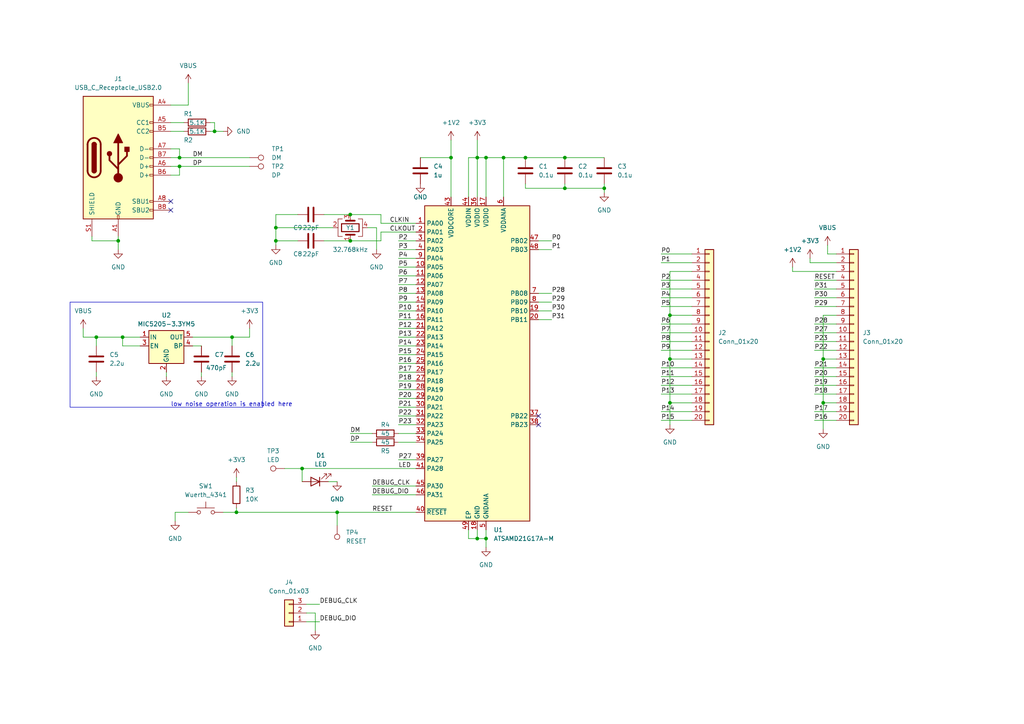
<source format=kicad_sch>
(kicad_sch (version 20230121) (generator eeschema)
  (paper "A4")
  (lib_symbols
    (symbol "Connector:TestPoint" (pin_numbers hide) (pin_names (offset 0.762) hide)
      (property "Reference" "TP" (at 0 6.858 0))
      (property "Value" "TestPoint" (at 0 5.08 0))
      (symbol "TestPoint_0_1"
        (circle (center 0 3.302) (radius 0.762))
      )
      (symbol "TestPoint_1_1"
        (pin passive line (at 0 0 90) (length 2.54) (name "1") (number "1"))
      )
    )
    (symbol "Connector:USB_C_Receptacle_USB2.0" (pin_names (offset 1.016))
      (property "Reference" "J" (at -10.16 19.05 0))
      (property "Value" "USB_C_Receptacle_USB2.0" (at 19.05 19.05 0))
      (symbol "USB_C_Receptacle_USB2.0_0_0"
        (rectangle (start -0.254 -17.78) (end 0.254 -16.764))
        (rectangle (start 10.16 -14.986) (end 9.144 -15.494))
        (rectangle (start 10.16 -12.446) (end 9.144 -12.954))
        (rectangle (start 10.16 -4.826) (end 9.144 -5.334))
        (rectangle (start 10.16 -2.286) (end 9.144 -2.794))
        (rectangle (start 10.16 0.254) (end 9.144 -0.254))
        (rectangle (start 10.16 2.794) (end 9.144 2.286))
        (rectangle (start 10.16 7.874) (end 9.144 7.366))
        (rectangle (start 10.16 10.414) (end 9.144 9.906))
        (rectangle (start 10.16 15.494) (end 9.144 14.986))
      )
      (symbol "USB_C_Receptacle_USB2.0_0_1"
        (rectangle (start -10.16 17.78) (end 10.16 -17.78) (stroke (width 0.254)) (fill (type background)))
        (arc (start -8.89 -3.81) (mid -6.985 -5.7067) (end -5.08 -3.81) (stroke (width 0.508)))
        (arc (start -7.62 -3.81) (mid -6.985 -4.4423) (end -6.35 -3.81) (stroke (width 0.254)))
        (arc (start -7.62 -3.81) (mid -6.985 -4.4423) (end -6.35 -3.81) (stroke (width 0.254)) (fill (type outline)))
        (rectangle (start -7.62 -3.81) (end -6.35 3.81) (stroke (width 0.254)) (fill (type outline)))
        (arc (start -6.35 3.81) (mid -6.985 4.4423) (end -7.62 3.81) (stroke (width 0.254)))
        (arc (start -6.35 3.81) (mid -6.985 4.4423) (end -7.62 3.81) (stroke (width 0.254)) (fill (type outline)))
        (arc (start -5.08 3.81) (mid -6.985 5.7067) (end -8.89 3.81) (stroke (width 0.508)))
        (circle (center -2.54 1.143) (radius 0.635) (stroke (width 0.254)) (fill (type outline)))
        (circle (center 0 -5.842) (radius 1.27) (fill (type outline)))
        (polyline (pts (xy -8.89 -3.81) (xy -8.89 3.81)) (stroke (width 0.508)))
        (polyline (pts (xy -5.08 3.81) (xy -5.08 -3.81)) (stroke (width 0.508)))
        (polyline (pts (xy 0 -5.842) (xy 0 4.318)) (stroke (width 0.508)))
        (polyline (pts (xy 0 -3.302) (xy -2.54 -0.762) (xy -2.54 0.508)) (stroke (width 0.508)))
        (polyline (pts (xy 0 -2.032) (xy 2.54 0.508) (xy 2.54 1.778)) (stroke (width 0.508)))
        (polyline (pts (xy -1.27 4.318) (xy 0 6.858) (xy 1.27 4.318) (xy -1.27 4.318)) (stroke (width 0.254)) (fill (type outline)))
        (rectangle (start 1.905 1.778) (end 3.175 3.048) (stroke (width 0.254)) (fill (type outline)))
      )
      (symbol "USB_C_Receptacle_USB2.0_1_1"
        (pin passive line (at 0 -22.86 90) (length 5.08) (name "GND") (number "A1"))
        (pin passive line (at 0 -22.86 90) (length 5.08) hide (name "GND") (number "A12"))
        (pin passive line (at 15.24 15.24 180) (length 5.08) (name "VBUS") (number "A4"))
        (pin bidirectional line (at 15.24 10.16 180) (length 5.08) (name "CC1") (number "A5"))
        (pin bidirectional line (at 15.24 -2.54 180) (length 5.08) (name "D+") (number "A6"))
        (pin bidirectional line (at 15.24 2.54 180) (length 5.08) (name "D-") (number "A7"))
        (pin bidirectional line (at 15.24 -12.7 180) (length 5.08) (name "SBU1") (number "A8"))
        (pin passive line (at 15.24 15.24 180) (length 5.08) hide (name "VBUS") (number "A9"))
        (pin passive line (at 0 -22.86 90) (length 5.08) hide (name "GND") (number "B1"))
        (pin passive line (at 0 -22.86 90) (length 5.08) hide (name "GND") (number "B12"))
        (pin passive line (at 15.24 15.24 180) (length 5.08) hide (name "VBUS") (number "B4"))
        (pin bidirectional line (at 15.24 7.62 180) (length 5.08) (name "CC2") (number "B5"))
        (pin bidirectional line (at 15.24 -5.08 180) (length 5.08) (name "D+") (number "B6"))
        (pin bidirectional line (at 15.24 0 180) (length 5.08) (name "D-") (number "B7"))
        (pin bidirectional line (at 15.24 -15.24 180) (length 5.08) (name "SBU2") (number "B8"))
        (pin passive line (at 15.24 15.24 180) (length 5.08) hide (name "VBUS") (number "B9"))
        (pin passive line (at -7.62 -22.86 90) (length 5.08) (name "SHIELD") (number "S1"))
      )
    )
    (symbol "Connector_Generic:Conn_01x03" (pin_names (offset 1.016) hide)
      (property "Reference" "J" (at 0 5.08 0))
      (property "Value" "Conn_01x03" (at 0 -5.08 0))
      (symbol "Conn_01x03_1_1"
        (rectangle (start -1.27 -2.413) (end 0 -2.667) (stroke (width 0.1524)))
        (rectangle (start -1.27 0.127) (end 0 -0.127) (stroke (width 0.1524)))
        (rectangle (start -1.27 2.667) (end 0 2.413) (stroke (width 0.1524)))
        (rectangle (start -1.27 3.81) (end 1.27 -3.81) (stroke (width 0.254)) (fill (type background)))
        (pin passive line (at -5.08 2.54 0) (length 3.81) (name "Pin_1") (number "1"))
        (pin passive line (at -5.08 0 0) (length 3.81) (name "Pin_2") (number "2"))
        (pin passive line (at -5.08 -2.54 0) (length 3.81) (name "Pin_3") (number "3"))
      )
    )
    (symbol "Connector_Generic:Conn_01x20" (pin_names (offset 1.016) hide)
      (property "Reference" "J" (at 0 25.4 0))
      (property "Value" "Conn_01x20" (at 0 -27.94 0))
      (symbol "Conn_01x20_1_1"
        (rectangle (start -1.27 -25.273) (end 0 -25.527) (stroke (width 0.1524)))
        (rectangle (start -1.27 -22.733) (end 0 -22.987) (stroke (width 0.1524)))
        (rectangle (start -1.27 -20.193) (end 0 -20.447) (stroke (width 0.1524)))
        (rectangle (start -1.27 -17.653) (end 0 -17.907) (stroke (width 0.1524)))
        (rectangle (start -1.27 -15.113) (end 0 -15.367) (stroke (width 0.1524)))
        (rectangle (start -1.27 -12.573) (end 0 -12.827) (stroke (width 0.1524)))
        (rectangle (start -1.27 -10.033) (end 0 -10.287) (stroke (width 0.1524)))
        (rectangle (start -1.27 -7.493) (end 0 -7.747) (stroke (width 0.1524)))
        (rectangle (start -1.27 -4.953) (end 0 -5.207) (stroke (width 0.1524)))
        (rectangle (start -1.27 -2.413) (end 0 -2.667) (stroke (width 0.1524)))
        (rectangle (start -1.27 0.127) (end 0 -0.127) (stroke (width 0.1524)))
        (rectangle (start -1.27 2.667) (end 0 2.413) (stroke (width 0.1524)))
        (rectangle (start -1.27 5.207) (end 0 4.953) (stroke (width 0.1524)))
        (rectangle (start -1.27 7.747) (end 0 7.493) (stroke (width 0.1524)))
        (rectangle (start -1.27 10.287) (end 0 10.033) (stroke (width 0.1524)))
        (rectangle (start -1.27 12.827) (end 0 12.573) (stroke (width 0.1524)))
        (rectangle (start -1.27 15.367) (end 0 15.113) (stroke (width 0.1524)))
        (rectangle (start -1.27 17.907) (end 0 17.653) (stroke (width 0.1524)))
        (rectangle (start -1.27 20.447) (end 0 20.193) (stroke (width 0.1524)))
        (rectangle (start -1.27 22.987) (end 0 22.733) (stroke (width 0.1524)))
        (rectangle (start -1.27 24.13) (end 1.27 -26.67) (stroke (width 0.254)) (fill (type background)))
        (pin passive line (at -5.08 22.86 0) (length 3.81) (name "Pin_1") (number "1"))
        (pin passive line (at -5.08 0 0) (length 3.81) (name "Pin_10") (number "10"))
        (pin passive line (at -5.08 -2.54 0) (length 3.81) (name "Pin_11") (number "11"))
        (pin passive line (at -5.08 -5.08 0) (length 3.81) (name "Pin_12") (number "12"))
        (pin passive line (at -5.08 -7.62 0) (length 3.81) (name "Pin_13") (number "13"))
        (pin passive line (at -5.08 -10.16 0) (length 3.81) (name "Pin_14") (number "14"))
        (pin passive line (at -5.08 -12.7 0) (length 3.81) (name "Pin_15") (number "15"))
        (pin passive line (at -5.08 -15.24 0) (length 3.81) (name "Pin_16") (number "16"))
        (pin passive line (at -5.08 -17.78 0) (length 3.81) (name "Pin_17") (number "17"))
        (pin passive line (at -5.08 -20.32 0) (length 3.81) (name "Pin_18") (number "18"))
        (pin passive line (at -5.08 -22.86 0) (length 3.81) (name "Pin_19") (number "19"))
        (pin passive line (at -5.08 20.32 0) (length 3.81) (name "Pin_2") (number "2"))
        (pin passive line (at -5.08 -25.4 0) (length 3.81) (name "Pin_20") (number "20"))
        (pin passive line (at -5.08 17.78 0) (length 3.81) (name "Pin_3") (number "3"))
        (pin passive line (at -5.08 15.24 0) (length 3.81) (name "Pin_4") (number "4"))
        (pin passive line (at -5.08 12.7 0) (length 3.81) (name "Pin_5") (number "5"))
        (pin passive line (at -5.08 10.16 0) (length 3.81) (name "Pin_6") (number "6"))
        (pin passive line (at -5.08 7.62 0) (length 3.81) (name "Pin_7") (number "7"))
        (pin passive line (at -5.08 5.08 0) (length 3.81) (name "Pin_8") (number "8"))
        (pin passive line (at -5.08 2.54 0) (length 3.81) (name "Pin_9") (number "9"))
      )
    )
    (symbol "Device:C" (pin_numbers hide) (pin_names (offset 0.254))
      (property "Reference" "C" (at 0.635 2.54 0))
      (property "Value" "C" (at 0.635 -2.54 0))
      (symbol "C_0_1"
        (polyline (pts (xy -2.032 -0.762) (xy 2.032 -0.762)) (stroke (width 0.508)))
        (polyline (pts (xy -2.032 0.762) (xy 2.032 0.762)) (stroke (width 0.508)))
      )
      (symbol "C_1_1"
        (pin passive line (at 0 3.81 270) (length 2.794) (name "~") (number "1"))
        (pin passive line (at 0 -3.81 90) (length 2.794) (name "~") (number "2"))
      )
    )
    (symbol "Device:Crystal_GND24" (pin_names (offset 1.016) hide)
      (property "Reference" "Y" (at 3.175 5.08 0))
      (property "Value" "Crystal_GND24" (at 3.175 3.175 0))
      (symbol "Crystal_GND24_0_1"
        (rectangle (start -1.143 2.54) (end 1.143 -2.54) (stroke (width 0.3048)))
        (polyline (pts (xy -2.54 0) (xy -2.032 0)))
        (polyline (pts (xy -2.032 -1.27) (xy -2.032 1.27)) (stroke (width 0.508)))
        (polyline (pts (xy 0 -3.81) (xy 0 -3.556)))
        (polyline (pts (xy 0 3.556) (xy 0 3.81)))
        (polyline (pts (xy 2.032 -1.27) (xy 2.032 1.27)) (stroke (width 0.508)))
        (polyline (pts (xy 2.032 0) (xy 2.54 0)))
        (polyline (pts (xy -2.54 -2.286) (xy -2.54 -3.556) (xy 2.54 -3.556) (xy 2.54 -2.286)))
        (polyline (pts (xy -2.54 2.286) (xy -2.54 3.556) (xy 2.54 3.556) (xy 2.54 2.286)))
      )
      (symbol "Crystal_GND24_1_1"
        (pin passive line (at -3.81 0 0) (length 1.27) (name "1") (number "1"))
        (pin passive line (at 0 5.08 270) (length 1.27) (name "2") (number "2"))
        (pin passive line (at 3.81 0 180) (length 1.27) (name "3") (number "3"))
        (pin passive line (at 0 -5.08 90) (length 1.27) (name "4") (number "4"))
      )
    )
    (symbol "Device:LED" (pin_numbers hide) (pin_names (offset 1.016) hide)
      (property "Reference" "D" (at 0 2.54 0))
      (property "Value" "LED" (at 0 -2.54 0))
      (symbol "LED_0_1"
        (polyline (pts (xy -1.27 -1.27) (xy -1.27 1.27)) (stroke (width 0.254)))
        (polyline (pts (xy -1.27 0) (xy 1.27 0)))
        (polyline (pts (xy 1.27 -1.27) (xy 1.27 1.27) (xy -1.27 0) (xy 1.27 -1.27)) (stroke (width 0.254)))
        (polyline (pts (xy -3.048 -0.762) (xy -4.572 -2.286) (xy -3.81 -2.286) (xy -4.572 -2.286) (xy -4.572 -1.524)))
        (polyline (pts (xy -1.778 -0.762) (xy -3.302 -2.286) (xy -2.54 -2.286) (xy -3.302 -2.286) (xy -3.302 -1.524)))
      )
      (symbol "LED_1_1"
        (pin passive line (at -3.81 0 0) (length 2.54) (name "K") (number "1"))
        (pin passive line (at 3.81 0 180) (length 2.54) (name "A") (number "2"))
      )
    )
    (symbol "Device:R" (pin_numbers hide) (pin_names (offset 0))
      (property "Reference" "R" (at 2.032 0 90))
      (property "Value" "R" (at 0 0 90))
      (symbol "R_0_1"
        (rectangle (start -1.016 -2.54) (end 1.016 2.54) (stroke (width 0.254)))
      )
      (symbol "R_1_1"
        (pin passive line (at 0 3.81 270) (length 1.27) (name "~") (number "1"))
        (pin passive line (at 0 -3.81 90) (length 1.27) (name "~") (number "2"))
      )
    )
    (symbol "MCU_Microchip_SAMD:ATSAMD21G17A-M"
      (property "Reference" "U" (at -13.97 46.99 0))
      (property "Value" "ATSAMD21G17A-M" (at 16.51 46.99 0))
      (symbol "ATSAMD21G17A-M_0_1"
        (rectangle (start -15.24 45.72) (end 15.24 -45.72) (stroke (width 0.254)) (fill (type background)))
      )
      (symbol "ATSAMD21G17A-M_1_1"
        (pin bidirectional line (at -17.78 40.64 0) (length 2.54) (name "PA00") (number "1"))
        (pin bidirectional line (at -17.78 27.94 0) (length 2.54) (name "PA05") (number "10"))
        (pin bidirectional line (at -17.78 25.4 0) (length 2.54) (name "PA06") (number "11"))
        (pin bidirectional line (at -17.78 22.86 0) (length 2.54) (name "PA07") (number "12"))
        (pin bidirectional line (at -17.78 20.32 0) (length 2.54) (name "PA08") (number "13"))
        (pin bidirectional line (at -17.78 17.78 0) (length 2.54) (name "PA09") (number "14"))
        (pin bidirectional line (at -17.78 15.24 0) (length 2.54) (name "PA10") (number "15"))
        (pin bidirectional line (at -17.78 12.7 0) (length 2.54) (name "PA11") (number "16"))
        (pin power_in line (at 2.54 48.26 270) (length 2.54) (name "VDDIO") (number "17"))
        (pin power_in line (at 0 -48.26 90) (length 2.54) (name "GND") (number "18"))
        (pin bidirectional line (at 17.78 15.24 180) (length 2.54) (name "PB10") (number "19"))
        (pin bidirectional line (at -17.78 38.1 0) (length 2.54) (name "PA01") (number "2"))
        (pin bidirectional line (at 17.78 12.7 180) (length 2.54) (name "PB11") (number "20"))
        (pin bidirectional line (at -17.78 10.16 0) (length 2.54) (name "PA12") (number "21"))
        (pin bidirectional line (at -17.78 7.62 0) (length 2.54) (name "PA13") (number "22"))
        (pin bidirectional line (at -17.78 5.08 0) (length 2.54) (name "PA14") (number "23"))
        (pin bidirectional line (at -17.78 2.54 0) (length 2.54) (name "PA15") (number "24"))
        (pin bidirectional line (at -17.78 0 0) (length 2.54) (name "PA16") (number "25"))
        (pin bidirectional line (at -17.78 -2.54 0) (length 2.54) (name "PA17") (number "26"))
        (pin bidirectional line (at -17.78 -5.08 0) (length 2.54) (name "PA18") (number "27"))
        (pin bidirectional line (at -17.78 -7.62 0) (length 2.54) (name "PA19") (number "28"))
        (pin bidirectional line (at -17.78 -10.16 0) (length 2.54) (name "PA20") (number "29"))
        (pin bidirectional line (at -17.78 35.56 0) (length 2.54) (name "PA02") (number "3"))
        (pin bidirectional line (at -17.78 -12.7 0) (length 2.54) (name "PA21") (number "30"))
        (pin bidirectional line (at -17.78 -15.24 0) (length 2.54) (name "PA22") (number "31"))
        (pin bidirectional line (at -17.78 -17.78 0) (length 2.54) (name "PA23") (number "32"))
        (pin bidirectional line (at -17.78 -20.32 0) (length 2.54) (name "PA24") (number "33"))
        (pin bidirectional line (at -17.78 -22.86 0) (length 2.54) (name "PA25") (number "34"))
        (pin passive line (at 0 -48.26 90) (length 2.54) hide (name "GND") (number "35"))
        (pin power_in line (at 0 48.26 270) (length 2.54) (name "VDDIO") (number "36"))
        (pin bidirectional line (at 17.78 -15.24 180) (length 2.54) (name "PB22") (number "37"))
        (pin bidirectional line (at 17.78 -17.78 180) (length 2.54) (name "PB23") (number "38"))
        (pin bidirectional line (at -17.78 -27.94 0) (length 2.54) (name "PA27") (number "39"))
        (pin bidirectional line (at -17.78 33.02 0) (length 2.54) (name "PA03") (number "4"))
        (pin input line (at -17.78 -43.18 0) (length 2.54) (name "~{RESET}") (number "40"))
        (pin bidirectional line (at -17.78 -30.48 0) (length 2.54) (name "PA28") (number "41"))
        (pin passive line (at 0 -48.26 90) (length 2.54) hide (name "GND") (number "42"))
        (pin power_out line (at -7.62 48.26 270) (length 2.54) (name "VDDCORE") (number "43"))
        (pin power_in line (at -2.54 48.26 270) (length 2.54) (name "VDDIN") (number "44"))
        (pin bidirectional line (at -17.78 -35.56 0) (length 2.54) (name "PA30") (number "45"))
        (pin bidirectional line (at -17.78 -38.1 0) (length 2.54) (name "PA31") (number "46"))
        (pin bidirectional line (at 17.78 35.56 180) (length 2.54) (name "PB02") (number "47"))
        (pin bidirectional line (at 17.78 33.02 180) (length 2.54) (name "PB03") (number "48"))
        (pin passive line (at -2.54 -48.26 90) (length 2.54) (name "EP") (number "49"))
        (pin power_in line (at 2.54 -48.26 90) (length 2.54) (name "GNDANA") (number "5"))
        (pin power_in line (at 7.62 48.26 270) (length 2.54) (name "VDDANA") (number "6"))
        (pin bidirectional line (at 17.78 20.32 180) (length 2.54) (name "PB08") (number "7"))
        (pin bidirectional line (at 17.78 17.78 180) (length 2.54) (name "PB09") (number "8"))
        (pin bidirectional line (at -17.78 30.48 0) (length 2.54) (name "PA04") (number "9"))
      )
    )
    (symbol "Regulator_Linear:MIC5205-3.3YM5" (pin_names (offset 0.254))
      (property "Reference" "U" (at -3.81 5.715 0))
      (property "Value" "MIC5205-3.3YM5" (at 0 5.715 0))
      (symbol "MIC5205-3.3YM5_0_1"
        (rectangle (start -5.08 4.445) (end 5.08 -5.08) (stroke (width 0.254)) (fill (type background)))
      )
      (symbol "MIC5205-3.3YM5_1_1"
        (pin power_in line (at -7.62 2.54 0) (length 2.54) (name "IN") (number "1"))
        (pin power_in line (at 0 -7.62 90) (length 2.54) (name "GND") (number "2"))
        (pin input line (at -7.62 0 0) (length 2.54) (name "EN") (number "3"))
        (pin input line (at 7.62 0 180) (length 2.54) (name "BP") (number "4"))
        (pin power_out line (at 7.62 2.54 180) (length 2.54) (name "OUT") (number "5"))
      )
    )
    (symbol "Switch:SW_Push" (pin_numbers hide) (pin_names (offset 1.016) hide)
      (property "Reference" "SW" (at 1.27 2.54 0))
      (property "Value" "SW_Push" (at 0 -1.524 0))
      (symbol "SW_Push_0_1"
        (circle (center -2.032 0) (radius 0.508))
        (polyline (pts (xy 0 1.27) (xy 0 3.048)))
        (polyline (pts (xy 2.54 1.27) (xy -2.54 1.27)))
        (circle (center 2.032 0) (radius 0.508))
        (pin passive line (at -5.08 0 0) (length 2.54) (name "1") (number "1"))
        (pin passive line (at 5.08 0 180) (length 2.54) (name "2") (number "2"))
      )
    )
    (symbol "power:+1V2" (power) (pin_names (offset 0))
      (property "Value" "+1V2" (at 0 3.556 0))
      (symbol "+1V2_0_1"
        (polyline (pts (xy -0.762 1.27) (xy 0 2.54)))
        (polyline (pts (xy 0 0) (xy 0 2.54)))
        (polyline (pts (xy 0 2.54) (xy 0.762 1.27)))
      )
      (symbol "+1V2_1_1"
        (pin power_in line (at 0 0 90) (length 0) hide (name "+1V2") (number "1"))
      )
    )
    (symbol "power:+3V3" (power) (pin_names (offset 0))
      (property "Value" "+3V3" (at 0 3.556 0))
      (symbol "+3V3_0_1"
        (polyline (pts (xy -0.762 1.27) (xy 0 2.54)))
        (polyline (pts (xy 0 0) (xy 0 2.54)))
        (polyline (pts (xy 0 2.54) (xy 0.762 1.27)))
      )
      (symbol "+3V3_1_1"
        (pin power_in line (at 0 0 90) (length 0) hide (name "+3V3") (number "1"))
      )
    )
    (symbol "power:GND" (power) (pin_names (offset 0))
      (property "Value" "GND" (at 0 -3.81 0))
      (symbol "GND_0_1"
        (polyline (pts (xy 0 0) (xy 0 -1.27) (xy 1.27 -1.27) (xy 0 -2.54) (xy -1.27 -1.27) (xy 0 -1.27)))
      )
      (symbol "GND_1_1"
        (pin power_in line (at 0 0 270) (length 0) hide (name "GND") (number "1"))
      )
    )
    (symbol "power:VBUS" (power) (pin_names (offset 0))
      (property "Value" "VBUS" (at 0 3.81 0))
      (symbol "VBUS_0_1"
        (polyline (pts (xy -0.762 1.27) (xy 0 2.54)))
        (polyline (pts (xy 0 0) (xy 0 2.54)))
        (polyline (pts (xy 0 2.54) (xy 0.762 1.27)))
      )
      (symbol "VBUS_1_1"
        (pin power_in line (at 0 0 90) (length 0) hide (name "VBUS") (number "1"))
      )
    )
  )
  (junction (at 163.83 54.61))
  (junction (at 68.58 148.59))
  (junction (at 80.01 66.04))
  (junction (at 97.79 148.59))
  (junction (at 175.26 54.61))
  (junction (at 80.01 69.85))
  (junction (at 138.43 45.72))
  (junction (at 67.31 97.79))
  (junction (at 238.76 116.84))
  (junction (at 138.43 156.21))
  (junction (at 35.56 97.79))
  (junction (at 140.97 156.21))
  (junction (at 62.23 38.1))
  (junction (at 194.31 91.44))
  (junction (at 101.6 62.23))
  (junction (at 238.76 104.14))
  (junction (at 34.29 69.85))
  (junction (at 152.4 45.72))
  (junction (at 163.83 45.72))
  (junction (at 87.63 135.89))
  (junction (at 140.97 45.72))
  (junction (at 52.07 48.26))
  (junction (at 101.6 69.85))
  (junction (at 194.31 116.84))
  (junction (at 130.81 45.72))
  (junction (at 52.07 45.72))
  (junction (at 194.31 104.14))
  (junction (at 27.94 97.79))
  (junction (at 146.05 45.72))
  (no_connect (at 49.53 60.96))
  (no_connect (at 49.53 58.42))
  (no_connect (at 156.21 123.19))
  (no_connect (at 156.21 120.65))
  (wire (pts (xy 236.22 93.98) (xy 242.57 93.98)))
  (wire (pts (xy 101.6 128.27) (xy 107.95 128.27)))
  (wire (pts (xy 40.64 100.33) (xy 35.56 100.33)))
  (wire (pts (xy 156.21 92.71) (xy 160.02 92.71)))
  (wire (pts (xy 24.13 95.25) (xy 24.13 97.79)))
  (wire (pts (xy 110.49 62.23) (xy 101.6 62.23)))
  (wire (pts (xy 55.88 100.33) (xy 58.42 100.33)))
  (wire (pts (xy 86.36 62.23) (xy 80.01 62.23)))
  (wire (pts (xy 191.77 119.38) (xy 200.66 119.38)))
  (wire (pts (xy 48.26 107.95) (xy 48.26 109.22)))
  (wire (pts (xy 110.49 67.31) (xy 120.65 67.31)))
  (wire (pts (xy 97.79 148.59) (xy 120.65 148.59)))
  (wire (pts (xy 91.44 177.8) (xy 88.9 177.8)))
  (wire (pts (xy 242.57 76.2) (xy 234.95 76.2)))
  (wire (pts (xy 60.96 35.56) (xy 62.23 35.56)))
  (wire (pts (xy 175.26 54.61) (xy 175.26 55.88)))
  (wire (pts (xy 26.67 68.58) (xy 26.67 69.85)))
  (wire (pts (xy 238.76 116.84) (xy 238.76 104.14)))
  (wire (pts (xy 49.53 45.72) (xy 52.07 45.72)))
  (wire (pts (xy 152.4 45.72) (xy 163.83 45.72)))
  (wire (pts (xy 236.22 81.28) (xy 242.57 81.28)))
  (wire (pts (xy 238.76 104.14) (xy 238.76 91.44)))
  (wire (pts (xy 140.97 57.15) (xy 140.97 45.72)))
  (wire (pts (xy 52.07 43.18) (xy 52.07 45.72)))
  (wire (pts (xy 191.77 76.2) (xy 200.66 76.2)))
  (wire (pts (xy 156.21 90.17) (xy 160.02 90.17)))
  (wire (pts (xy 238.76 124.46) (xy 238.76 116.84)))
  (wire (pts (xy 240.03 71.12) (xy 240.03 73.66)))
  (wire (pts (xy 115.57 90.17) (xy 120.65 90.17)))
  (wire (pts (xy 115.57 80.01) (xy 120.65 80.01)))
  (wire (pts (xy 194.31 104.14) (xy 194.31 91.44)))
  (wire (pts (xy 156.21 87.63) (xy 160.02 87.63)))
  (wire (pts (xy 110.49 67.31) (xy 110.49 69.85)))
  (wire (pts (xy 54.61 24.13) (xy 54.61 30.48)))
  (wire (pts (xy 72.39 97.79) (xy 67.31 97.79)))
  (wire (pts (xy 80.01 69.85) (xy 80.01 71.12)))
  (wire (pts (xy 191.77 109.22) (xy 200.66 109.22)))
  (wire (pts (xy 93.98 69.85) (xy 101.6 69.85)))
  (wire (pts (xy 194.31 104.14) (xy 200.66 104.14)))
  (wire (pts (xy 115.57 69.85) (xy 120.65 69.85)))
  (wire (pts (xy 87.63 135.89) (xy 120.65 135.89)))
  (wire (pts (xy 115.57 133.35) (xy 120.65 133.35)))
  (wire (pts (xy 115.57 105.41) (xy 120.65 105.41)))
  (wire (pts (xy 115.57 118.11) (xy 120.65 118.11)))
  (wire (pts (xy 156.21 85.09) (xy 160.02 85.09)))
  (wire (pts (xy 115.57 72.39) (xy 120.65 72.39)))
  (wire (pts (xy 191.77 121.92) (xy 200.66 121.92)))
  (wire (pts (xy 191.77 106.68) (xy 200.66 106.68)))
  (wire (pts (xy 115.57 74.93) (xy 120.65 74.93)))
  (wire (pts (xy 72.39 95.25) (xy 72.39 97.79)))
  (wire (pts (xy 115.57 107.95) (xy 120.65 107.95)))
  (wire (pts (xy 80.01 66.04) (xy 96.52 66.04)))
  (wire (pts (xy 152.4 53.34) (xy 152.4 54.61)))
  (wire (pts (xy 238.76 116.84) (xy 242.57 116.84)))
  (wire (pts (xy 82.55 135.89) (xy 87.63 135.89)))
  (wire (pts (xy 191.77 81.28) (xy 200.66 81.28)))
  (wire (pts (xy 236.22 111.76) (xy 242.57 111.76)))
  (wire (pts (xy 107.95 140.97) (xy 120.65 140.97)))
  (wire (pts (xy 67.31 97.79) (xy 67.31 100.33)))
  (wire (pts (xy 52.07 50.8) (xy 52.07 48.26)))
  (wire (pts (xy 236.22 109.22) (xy 242.57 109.22)))
  (wire (pts (xy 138.43 40.64) (xy 138.43 45.72)))
  (wire (pts (xy 135.89 156.21) (xy 135.89 153.67)))
  (wire (pts (xy 146.05 45.72) (xy 146.05 57.15)))
  (wire (pts (xy 26.67 69.85) (xy 34.29 69.85)))
  (wire (pts (xy 194.31 91.44) (xy 194.31 78.74)))
  (wire (pts (xy 27.94 97.79) (xy 35.56 97.79)))
  (wire (pts (xy 135.89 57.15) (xy 135.89 45.72)))
  (wire (pts (xy 88.9 180.34) (xy 92.71 180.34)))
  (wire (pts (xy 191.77 101.6) (xy 200.66 101.6)))
  (wire (pts (xy 115.57 82.55) (xy 120.65 82.55)))
  (wire (pts (xy 109.22 72.39) (xy 109.22 66.04)))
  (wire (pts (xy 130.81 40.64) (xy 130.81 45.72)))
  (wire (pts (xy 191.77 88.9) (xy 200.66 88.9)))
  (wire (pts (xy 110.49 64.77) (xy 110.49 62.23)))
  (wire (pts (xy 115.57 95.25) (xy 120.65 95.25)))
  (wire (pts (xy 115.57 97.79) (xy 120.65 97.79)))
  (wire (pts (xy 135.89 45.72) (xy 138.43 45.72)))
  (wire (pts (xy 49.53 50.8) (xy 52.07 50.8)))
  (wire (pts (xy 138.43 156.21) (xy 135.89 156.21)))
  (wire (pts (xy 194.31 116.84) (xy 200.66 116.84)))
  (wire (pts (xy 152.4 54.61) (xy 163.83 54.61)))
  (wire (pts (xy 236.22 83.82) (xy 242.57 83.82)))
  (wire (pts (xy 54.61 148.59) (xy 50.8 148.59)))
  (wire (pts (xy 242.57 78.74) (xy 229.87 78.74)))
  (wire (pts (xy 138.43 156.21) (xy 140.97 156.21)))
  (wire (pts (xy 236.22 86.36) (xy 242.57 86.36)))
  (wire (pts (xy 34.29 68.58) (xy 34.29 69.85)))
  (wire (pts (xy 80.01 69.85) (xy 86.36 69.85)))
  (wire (pts (xy 163.83 53.34) (xy 163.83 54.61)))
  (wire (pts (xy 64.77 148.59) (xy 68.58 148.59)))
  (wire (pts (xy 236.22 106.68) (xy 242.57 106.68)))
  (wire (pts (xy 49.53 35.56) (xy 53.34 35.56)))
  (wire (pts (xy 115.57 128.27) (xy 120.65 128.27)))
  (wire (pts (xy 236.22 99.06) (xy 242.57 99.06)))
  (wire (pts (xy 50.8 148.59) (xy 50.8 151.13)))
  (wire (pts (xy 88.9 175.26) (xy 92.71 175.26)))
  (wire (pts (xy 62.23 38.1) (xy 60.96 38.1)))
  (wire (pts (xy 236.22 88.9) (xy 242.57 88.9)))
  (wire (pts (xy 140.97 156.21) (xy 140.97 158.75)))
  (wire (pts (xy 62.23 35.56) (xy 62.23 38.1)))
  (wire (pts (xy 140.97 153.67) (xy 140.97 156.21)))
  (wire (pts (xy 67.31 97.79) (xy 55.88 97.79)))
  (wire (pts (xy 115.57 85.09) (xy 120.65 85.09)))
  (wire (pts (xy 191.77 96.52) (xy 200.66 96.52)))
  (wire (pts (xy 194.31 91.44) (xy 200.66 91.44)))
  (wire (pts (xy 35.56 97.79) (xy 40.64 97.79)))
  (wire (pts (xy 115.57 125.73) (xy 120.65 125.73)))
  (wire (pts (xy 236.22 119.38) (xy 242.57 119.38)))
  (wire (pts (xy 115.57 123.19) (xy 120.65 123.19)))
  (wire (pts (xy 87.63 135.89) (xy 87.63 139.7)))
  (wire (pts (xy 236.22 121.92) (xy 242.57 121.92)))
  (wire (pts (xy 115.57 102.87) (xy 120.65 102.87)))
  (wire (pts (xy 68.58 148.59) (xy 97.79 148.59)))
  (wire (pts (xy 191.77 83.82) (xy 200.66 83.82)))
  (wire (pts (xy 163.83 45.72) (xy 175.26 45.72)))
  (wire (pts (xy 194.31 116.84) (xy 194.31 104.14)))
  (wire (pts (xy 140.97 45.72) (xy 146.05 45.72)))
  (wire (pts (xy 191.77 114.3) (xy 200.66 114.3)))
  (wire (pts (xy 91.44 182.88) (xy 91.44 177.8)))
  (wire (pts (xy 115.57 87.63) (xy 120.65 87.63)))
  (wire (pts (xy 115.57 92.71) (xy 120.65 92.71)))
  (wire (pts (xy 238.76 104.14) (xy 242.57 104.14)))
  (wire (pts (xy 156.21 69.85) (xy 160.02 69.85)))
  (wire (pts (xy 229.87 78.74) (xy 229.87 77.47)))
  (wire (pts (xy 236.22 101.6) (xy 242.57 101.6)))
  (wire (pts (xy 101.6 125.73) (xy 107.95 125.73)))
  (wire (pts (xy 80.01 66.04) (xy 80.01 69.85)))
  (wire (pts (xy 24.13 97.79) (xy 27.94 97.79)))
  (wire (pts (xy 35.56 100.33) (xy 35.56 97.79)))
  (wire (pts (xy 191.77 93.98) (xy 200.66 93.98)))
  (wire (pts (xy 175.26 53.34) (xy 175.26 54.61)))
  (wire (pts (xy 110.49 64.77) (xy 120.65 64.77)))
  (wire (pts (xy 58.42 107.95) (xy 58.42 109.22)))
  (wire (pts (xy 175.26 54.61) (xy 163.83 54.61)))
  (wire (pts (xy 27.94 107.95) (xy 27.94 109.22)))
  (wire (pts (xy 49.53 38.1) (xy 53.34 38.1)))
  (wire (pts (xy 68.58 138.43) (xy 68.58 139.7)))
  (wire (pts (xy 97.79 148.59) (xy 97.79 152.4)))
  (wire (pts (xy 238.76 91.44) (xy 242.57 91.44)))
  (wire (pts (xy 80.01 62.23) (xy 80.01 66.04)))
  (wire (pts (xy 138.43 153.67) (xy 138.43 156.21)))
  (wire (pts (xy 115.57 110.49) (xy 120.65 110.49)))
  (wire (pts (xy 34.29 69.85) (xy 34.29 72.39)))
  (wire (pts (xy 93.98 62.23) (xy 101.6 62.23)))
  (wire (pts (xy 194.31 78.74) (xy 200.66 78.74)))
  (wire (pts (xy 68.58 147.32) (xy 68.58 148.59)))
  (wire (pts (xy 191.77 99.06) (xy 200.66 99.06)))
  (wire (pts (xy 194.31 123.19) (xy 194.31 116.84)))
  (wire (pts (xy 191.77 73.66) (xy 200.66 73.66)))
  (wire (pts (xy 67.31 107.95) (xy 67.31 109.22)))
  (wire (pts (xy 54.61 30.48) (xy 49.53 30.48)))
  (wire (pts (xy 240.03 73.66) (xy 242.57 73.66)))
  (wire (pts (xy 191.77 86.36) (xy 200.66 86.36)))
  (wire (pts (xy 64.77 38.1) (xy 62.23 38.1)))
  (wire (pts (xy 236.22 114.3) (xy 242.57 114.3)))
  (wire (pts (xy 115.57 100.33) (xy 120.65 100.33)))
  (wire (pts (xy 130.81 45.72) (xy 121.92 45.72)))
  (wire (pts (xy 109.22 66.04) (xy 106.68 66.04)))
  (wire (pts (xy 49.53 48.26) (xy 52.07 48.26)))
  (wire (pts (xy 95.25 139.7) (xy 97.79 139.7)))
  (wire (pts (xy 110.49 69.85) (xy 101.6 69.85)))
  (wire (pts (xy 138.43 45.72) (xy 140.97 45.72)))
  (wire (pts (xy 115.57 77.47) (xy 120.65 77.47)))
  (wire (pts (xy 115.57 120.65) (xy 120.65 120.65)))
  (wire (pts (xy 52.07 45.72) (xy 72.39 45.72)))
  (wire (pts (xy 115.57 115.57) (xy 120.65 115.57)))
  (wire (pts (xy 49.53 43.18) (xy 52.07 43.18)))
  (wire (pts (xy 138.43 57.15) (xy 138.43 45.72)))
  (wire (pts (xy 146.05 45.72) (xy 152.4 45.72)))
  (wire (pts (xy 52.07 48.26) (xy 72.39 48.26)))
  (wire (pts (xy 191.77 111.76) (xy 200.66 111.76)))
  (wire (pts (xy 156.21 72.39) (xy 160.02 72.39)))
  (wire (pts (xy 115.57 113.03) (xy 120.65 113.03)))
  (wire (pts (xy 27.94 97.79) (xy 27.94 100.33)))
  (wire (pts (xy 236.22 96.52) (xy 242.57 96.52)))
  (wire (pts (xy 107.95 143.51) (xy 120.65 143.51)))
  (wire (pts (xy 234.95 76.2) (xy 234.95 74.93)))
  (wire (pts (xy 130.81 57.15) (xy 130.81 45.72)))
  (rectangle (start 20.32 87.63) (end 76.2 118.11))
  (text "low noise operation is enabled here" (at 49.53 118.11 0) (effects (font (size 1.27 1.27)) (justify left bottom)))
  (label "P13" (at 115.57 97.79 0))
  (label "P5" (at 191.77 88.9 0))
  (label "P0" (at 160.02 69.85 0))
  (label "P19" (at 115.57 113.03 0))
  (label "P1" (at 191.77 76.2 0))
  (label "P17" (at 236.22 119.38 0))
  (label "P3" (at 191.77 83.82 0))
  (label "P11" (at 115.57 92.71 0))
  (label "P20" (at 115.57 115.57 0))
  (label "P23" (at 115.57 123.19 0))
  (label "P12" (at 191.77 111.76 0))
  (label "P12" (at 115.57 95.25 0))
  (label "P15" (at 191.77 121.92 0))
  (label "P31" (at 236.22 83.82 0))
  (label "P13" (at 191.77 114.3 0))
  (label "P20" (at 236.22 109.22 0))
  (label "DM" (at 55.88 45.72 0))
  (label "P18" (at 115.57 110.49 0))
  (label "P8" (at 191.77 99.06 0))
  (label "P2" (at 191.77 81.28 0))
  (label "P22" (at 236.22 101.6 0))
  (label "P18" (at 236.22 114.3 0))
  (label "DP" (at 101.6 128.27 0))
  (label "RESET" (at 107.95 148.59 0))
  (label "CLKIN" (at 113.03 64.77 0))
  (label "P7" (at 191.77 96.52 0))
  (label "P29" (at 160.02 87.63 0))
  (label "P4" (at 191.77 86.36 0))
  (label "P10" (at 115.57 90.17 0))
  (label "P3" (at 115.57 72.39 0))
  (label "P14" (at 191.77 119.38 0))
  (label "P7" (at 115.57 82.55 0))
  (label "DEBUG_DIO" (at 107.95 143.51 0))
  (label "P11" (at 191.77 109.22 0))
  (label "P4" (at 115.57 74.93 0))
  (label "DM" (at 101.6 125.73 0))
  (label "P28" (at 160.02 85.09 0))
  (label "P22" (at 115.57 120.65 0))
  (label "RESET" (at 236.22 81.28 0))
  (label "P6" (at 115.57 80.01 0))
  (label "P10" (at 191.77 106.68 0))
  (label "P21" (at 236.22 106.68 0))
  (label "P30" (at 236.22 86.36 0))
  (label "P9" (at 191.77 101.6 0))
  (label "P31" (at 160.02 92.71 0))
  (label "P16" (at 115.57 105.41 0))
  (label "P14" (at 115.57 100.33 0))
  (label "DEBUG_CLK" (at 107.95 140.97 0))
  (label "P27" (at 236.22 96.52 0))
  (label "DEBUG_DIO" (at 92.71 180.34 0))
  (label "P6" (at 191.77 93.98 0))
  (label "CLKOUT" (at 113.03 67.31 0))
  (label "P29" (at 236.22 88.9 0))
  (label "P5" (at 115.57 77.47 0))
  (label "P15" (at 115.57 102.87 0))
  (label "P27" (at 115.57 133.35 0))
  (label "P9" (at 115.57 87.63 0))
  (label "P21" (at 115.57 118.11 0))
  (label "P19" (at 236.22 111.76 0))
  (label "P23" (at 236.22 99.06 0))
  (label "P1" (at 160.02 72.39 0))
  (label "P30" (at 160.02 90.17 0))
  (label "P2" (at 115.57 69.85 0))
  (label "P16" (at 236.22 121.92 0))
  (label "LED" (at 115.57 135.89 0))
  (label "P17" (at 115.57 107.95 0))
  (label "DP" (at 55.88 48.26 0))
  (label "P28" (at 236.22 93.98 0))
  (label "P0" (at 191.77 73.66 0))
  (label "P8" (at 115.57 85.09 0))
  (label "DEBUG_CLK" (at 92.71 175.26 0))
  (symbol (lib_id "power:GND") (at 109.22 72.39 0) (unit 1)
    (property "Reference" "#PWR023" (effects hide))
    (property "Value" "GND" (at 109.22 77.47 0))
  )
  (symbol (lib_id "power:+1V2") (at 229.87 77.47 0) (unit 1)
    (property "Reference" "#PWR019" (effects hide))
    (property "Value" "+1V2" (at 229.87 72.39 0))
  )
  (symbol (lib_id "power:GND") (at 50.8 151.13 0) (unit 1)
    (property "Reference" "#PWR010" (effects hide))
    (property "Value" "GND" (at 50.8 156.21 0))
  )
  (symbol (lib_id "Device:R") (at 111.76 128.27 90) (unit 1)
    (property "Reference" "R5" (at 111.76 130.81 90))
    (property "Value" "45" (at 111.76 128.27 90))
    (property "Footprint" "Resistor_SMD:R_0201_0603Metric" (effects hide))
  )
  (symbol (lib_id "Device:R") (at 111.76 125.73 90) (unit 1)
    (property "Reference" "R4" (at 111.76 123.19 90))
    (property "Value" "45" (at 111.76 125.73 90))
    (property "Footprint" "Resistor_SMD:R_0201_0603Metric" (effects hide))
  )
  (symbol (lib_id "Device:C") (at 27.94 104.14 0) (unit 1)
    (property "Reference" "C5" (at 31.75 102.87 0) (effects (justify left)))
    (property "Value" "2.2u" (at 31.75 105.41 0) (effects (justify left)))
    (property "Footprint" "Capacitor_SMD:C_0201_0603Metric" (effects hide))
  )
  (symbol (lib_id "Connector:TestPoint") (at 82.55 135.89 90) (unit 1)
    (property "Reference" "TP3" (at 79.248 130.81 90))
    (property "Value" "LED" (at 79.248 133.35 90))
    (property "Footprint" "TestPoint:TestPoint_Pad_D1.0mm" (effects hide))
  )
  (symbol (lib_id "Device:C") (at 58.42 104.14 0) (unit 1)
    (property "Reference" "C7" (at 62.23 102.87 0) (effects (justify left)))
    (property "Value" "470pF" (at 59.69 106.68 0) (effects (justify left)))
    (property "Footprint" "Capacitor_SMD:C_0201_0603Metric" (effects hide))
  )
  (symbol (lib_id "MCU_Microchip_SAMD:ATSAMD21G17A-M") (at 138.43 105.41 0) (unit 1)
    (property "Reference" "U1" (at 143.1641 153.67 0) (effects (justify left)))
    (property "Value" "ATSAMD21G17A-M" (at 143.1641 156.21 0) (effects (justify left)))
    (property "Footprint" "Package_DFN_QFN:QFN-48-1EP_7x7mm_P0.5mm_EP5.15x5.15mm" (effects hide))
    (property "Datasheet" "http://ww1.microchip.com/downloads/en/DeviceDoc/SAM_D21_DA1_Family_Data%20Sheet_DS40001882E.pdf" (effects hide))
  )
  (symbol (lib_id "power:GND") (at 27.94 109.22 0) (unit 1)
    (property "Reference" "#PWR013" (effects hide))
    (property "Value" "GND" (at 27.94 114.3 0))
  )
  (symbol (lib_id "Device:C") (at 67.31 104.14 0) (unit 1)
    (property "Reference" "C6" (at 71.12 102.87 0) (effects (justify left)))
    (property "Value" "2.2u" (at 71.12 105.41 0) (effects (justify left)))
    (property "Footprint" "Capacitor_SMD:C_0201_0603Metric" (effects hide))
  )
  (symbol (lib_id "power:GND") (at 194.31 123.19 0) (unit 1)
    (property "Reference" "#PWR017" (effects hide))
    (property "Value" "GND" (at 194.31 128.27 0))
  )
  (symbol (lib_id "Device:C") (at 175.26 49.53 0) (unit 1)
    (property "Reference" "C3" (at 179.07 48.26 0) (effects (justify left)))
    (property "Value" "0.1u" (at 179.07 50.8 0) (effects (justify left)))
    (property "Footprint" "Capacitor_SMD:C_0201_0603Metric" (effects hide))
  )
  (symbol (lib_id "Switch:SW_Push") (at 59.69 148.59 0) (unit 1)
    (property "Reference" "SW1" (at 59.69 140.97 0))
    (property "Value" "Wuerth_4341" (at 59.69 143.51 0))
    (property "Footprint" "Button_Switch_SMD:SW_Push_1P1T_NO_Vertical_Wuerth_434133025816" (effects hide))
  )
  (symbol (lib_id "Connector_Generic:Conn_01x20") (at 205.74 96.52 0) (unit 1)
    (property "Reference" "J2" (at 208.28 96.5199 0) (effects (justify left)))
    (property "Value" "Conn_01x20" (at 208.28 99.0599 0) (effects (justify left)))
    (property "Footprint" "SMD-TH-Connector:Conn_01x20_2.54mm" (effects hide))
  )
  (symbol (lib_id "power:+3V3") (at 138.43 40.64 0) (unit 1)
    (property "Reference" "#PWR02" (effects hide))
    (property "Value" "+3V3" (at 138.43 35.56 0))
  )
  (symbol (lib_id "Device:C") (at 90.17 62.23 90) (unit 1)
    (property "Reference" "C9" (at 86.36 66.04 90))
    (property "Value" "22pF" (at 90.17 66.04 90))
    (property "Footprint" "Capacitor_SMD:C_0201_0603Metric" (effects hide))
  )
  (symbol (lib_id "power:GND") (at 238.76 124.46 0) (unit 1)
    (property "Reference" "#PWR018" (effects hide))
    (property "Value" "GND" (at 238.76 129.54 0))
  )
  (symbol (lib_id "Connector:USB_C_Receptacle_USB2.0") (at 34.29 45.72 0) (unit 1)
    (property "Reference" "J1" (at 34.29 22.86 0))
    (property "Value" "USB_C_Receptacle_USB2.0" (at 34.29 25.4 0))
    (property "Footprint" "Connector_USB:USB_C_Receptacle_GCT_USB4105-xx-A_16P_TopMnt_Horizontal" (effects hide))
    (property "Datasheet" "https://www.usb.org/sites/default/files/documents/usb_type-c.zip" (effects hide))
  )
  (symbol (lib_id "power:GND") (at 91.44 182.88 0) (unit 1)
    (property "Reference" "#PWR024" (effects hide))
    (property "Value" "GND" (at 91.44 187.96 0))
  )
  (symbol (lib_id "Device:C") (at 163.83 49.53 0) (unit 1)
    (property "Reference" "C2" (at 167.64 48.26 0) (effects (justify left)))
    (property "Value" "0.1u" (at 167.64 50.8 0) (effects (justify left)))
    (property "Footprint" "Capacitor_SMD:C_0201_0603Metric" (effects hide))
  )
  (symbol (lib_id "Device:R") (at 57.15 38.1 90) (unit 1)
    (property "Reference" "R2" (at 54.61 40.64 90))
    (property "Value" "5.1K" (at 57.15 38.1 90))
    (property "Footprint" "Resistor_SMD:R_0201_0603Metric" (effects hide))
  )
  (symbol (lib_id "power:GND") (at 80.01 71.12 0) (unit 1)
    (property "Reference" "#PWR022" (effects hide))
    (property "Value" "GND" (at 80.01 76.2 0))
  )
  (symbol (lib_id "power:GND") (at 97.79 139.7 0) (unit 1)
    (property "Reference" "#PWR025" (effects hide))
    (property "Value" "GND" (at 97.79 144.78 0))
  )
  (symbol (lib_id "Connector:TestPoint") (at 72.39 45.72 270) (unit 1)
    (property "Reference" "TP1" (at 78.74 43.18 90) (effects (justify left)))
    (property "Value" "DM" (at 78.74 45.72 90) (effects (justify left)))
    (property "Footprint" "TestPoint:TestPoint_Pad_D1.0mm" (effects hide))
  )
  (symbol (lib_id "power:VBUS") (at 54.61 24.13 0) (unit 1)
    (property "Reference" "#PWR06" (effects hide))
    (property "Value" "VBUS" (at 54.61 19.05 0))
  )
  (symbol (lib_id "power:GND") (at 58.42 109.22 0) (unit 1)
    (property "Reference" "#PWR015" (effects hide))
    (property "Value" "GND" (at 58.42 114.3 0))
  )
  (symbol (lib_id "power:GND") (at 48.26 109.22 0) (unit 1)
    (property "Reference" "#PWR014" (effects hide))
    (property "Value" "GND" (at 48.26 114.3 0))
  )
  (symbol (lib_id "Regulator_Linear:MIC5205-3.3YM5") (at 48.26 100.33 0) (unit 1)
    (property "Reference" "U2" (at 48.26 91.44 0))
    (property "Value" "MIC5205-3.3YM5" (at 48.26 93.98 0))
    (property "Footprint" "Package_TO_SOT_SMD:SOT-23-5" (effects hide))
    (property "Datasheet" "http://ww1.microchip.com/downloads/en/DeviceDoc/20005785A.pdf" (effects hide))
  )
  (symbol (lib_id "Device:C") (at 90.17 69.85 90) (unit 1)
    (property "Reference" "C8" (at 86.36 73.66 90))
    (property "Value" "22pF" (at 90.17 73.66 90))
    (property "Footprint" "Capacitor_SMD:C_0201_0603Metric" (effects hide))
  )
  (symbol (lib_id "Connector:TestPoint") (at 97.79 152.4 180) (unit 1)
    (property "Reference" "TP4" (at 100.33 154.4319 0) (effects (justify right)))
    (property "Value" "RESET" (at 100.33 156.9719 0) (effects (justify right)))
    (property "Footprint" "TestPoint:TestPoint_Pad_D1.0mm" (effects hide))
  )
  (symbol (lib_id "power:VBUS") (at 240.03 71.12 0) (unit 1)
    (property "Reference" "#PWR021" (effects hide))
    (property "Value" "VBUS" (at 240.03 66.04 0))
  )
  (symbol (lib_id "power:+3V3") (at 72.39 95.25 0) (unit 1)
    (property "Reference" "#PWR012" (effects hide))
    (property "Value" "+3V3" (at 72.39 90.17 0))
  )
  (symbol (lib_id "Connector:TestPoint") (at 72.39 48.26 270) (unit 1)
    (property "Reference" "TP2" (at 78.74 48.26 90) (effects (justify left)))
    (property "Value" "DP" (at 78.74 50.8 90) (effects (justify left)))
    (property "Footprint" "TestPoint:TestPoint_Pad_D1.0mm" (effects hide))
  )
  (symbol (lib_id "power:VBUS") (at 24.13 95.25 0) (unit 1)
    (property "Reference" "#PWR011" (effects hide))
    (property "Value" "VBUS" (at 24.13 90.17 0))
  )
  (symbol (lib_id "Device:C") (at 121.92 49.53 0) (unit 1)
    (property "Reference" "C4" (at 125.73 48.26 0) (effects (justify left)))
    (property "Value" "1u" (at 125.73 50.8 0) (effects (justify left)))
    (property "Footprint" "Capacitor_SMD:C_0201_0603Metric" (effects hide))
  )
  (symbol (lib_id "Connector_Generic:Conn_01x20") (at 247.65 96.52 0) (unit 1)
    (property "Reference" "J3" (at 250.19 96.5199 0) (effects (justify left)))
    (property "Value" "Conn_01x20" (at 250.19 99.0599 0) (effects (justify left)))
    (property "Footprint" "SMD-TH-Connector:Conn_01x20_2.54mm" (effects hide))
  )
  (symbol (lib_id "Device:LED") (at 91.44 139.7 180) (unit 1)
    (property "Reference" "D1" (at 93.0275 132.08 0))
    (property "Value" "LED" (at 93.0275 134.62 0))
    (property "Footprint" "LED_SMD:LED_0201_0603Metric" (effects hide))
  )
  (symbol (lib_id "power:GND") (at 67.31 109.22 0) (unit 1)
    (property "Reference" "#PWR016" (effects hide))
    (property "Value" "GND" (at 67.31 114.3 0))
  )
  (symbol (lib_id "power:+3V3") (at 68.58 138.43 0) (unit 1)
    (property "Reference" "#PWR09" (effects hide))
    (property "Value" "+3V3" (at 68.58 133.35 0))
  )
  (symbol (lib_id "power:GND") (at 64.77 38.1 90) (unit 1)
    (property "Reference" "#PWR05" (effects hide))
    (property "Value" "GND" (at 68.58 38.1 90) (effects (justify right)))
  )
  (symbol (lib_id "Device:C") (at 152.4 49.53 0) (unit 1)
    (property "Reference" "C1" (at 156.21 48.26 0) (effects (justify left)))
    (property "Value" "0.1u" (at 156.21 50.8 0) (effects (justify left)))
    (property "Footprint" "Capacitor_SMD:C_0201_0603Metric" (effects hide))
  )
  (symbol (lib_id "Device:R") (at 57.15 35.56 90) (unit 1)
    (property "Reference" "R1" (at 54.61 33.02 90))
    (property "Value" "5.1K" (at 57.15 35.56 90))
    (property "Footprint" "Resistor_SMD:R_0201_0603Metric" (effects hide))
  )
  (symbol (lib_id "power:+3V3") (at 234.95 74.93 0) (unit 1)
    (property "Reference" "#PWR020" (effects hide))
    (property "Value" "+3V3" (at 234.95 69.85 0))
  )
  (symbol (lib_id "power:GND") (at 175.26 55.88 0) (unit 1)
    (property "Reference" "#PWR01" (effects hide))
    (property "Value" "GND" (at 175.26 60.96 0))
  )
  (symbol (lib_id "power:GND") (at 34.29 72.39 0) (unit 1)
    (property "Reference" "#PWR08" (effects hide))
    (property "Value" "GND" (at 34.29 77.47 0))
  )
  (symbol (lib_id "power:GND") (at 121.92 53.34 0) (unit 1)
    (property "Reference" "#PWR03" (effects hide))
    (property "Value" "GND" (at 121.92 57.15 0))
  )
  (symbol (lib_id "Device:R") (at 68.58 143.51 0) (unit 1)
    (property "Reference" "R3" (at 71.12 142.24 0) (effects (justify left)))
    (property "Value" "10K" (at 71.12 144.78 0) (effects (justify left)))
    (property "Footprint" "Resistor_SMD:R_0201_0603Metric" (effects hide))
  )
  (symbol (lib_id "Connector_Generic:Conn_01x03") (at 83.82 177.8 180) (unit 1)
    (property "Reference" "J4" (at 83.82 168.91 0))
    (property "Value" "Conn_01x03" (at 83.82 171.45 0))
    (property "Footprint" "Connector_PinHeader_2.54mm:PinHeader_1x03_P2.54mm_Vertical" (effects hide))
  )
  (symbol (lib_id "Device:Crystal_GND24") (at 101.6 66.04 90) (unit 1)
    (property "Reference" "Y1" (at 101.6 66.04 90))
    (property "Value" "32.768kHz" (at 101.6 72.39 90))
    (property "Footprint" "Crystal:Crystal_SMD_2520-4Pin_2.5x2.0mm" (effects hide))
  )
  (symbol (lib_id "power:+1V2") (at 130.81 40.64 0) (unit 1)
    (property "Reference" "#PWR07" (effects hide))
    (property "Value" "+1V2" (at 130.81 35.56 0))
  )
  (symbol (lib_id "power:GND") (at 140.97 158.75 0) (unit 1)
    (property "Reference" "#PWR04" (effects hide))
    (property "Value" "GND" (at 140.97 163.83 0))
  )
)
</source>
